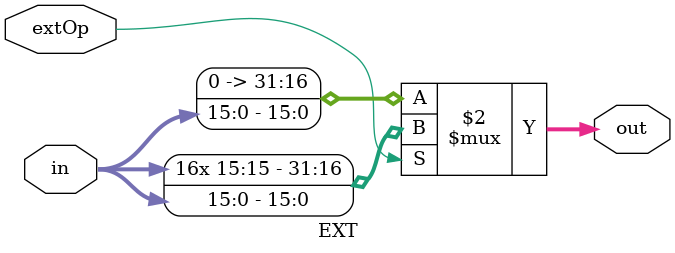
<source format=v>
`timescale 1ns / 1ps

module EXT(
	input [15:0] in,
	input extOp,
	output [31:0] out
    );

	assign out = (extOp == 1) ? {{16{in[15]}}, in} : {{16{1'b0}}, in};
endmodule

</source>
